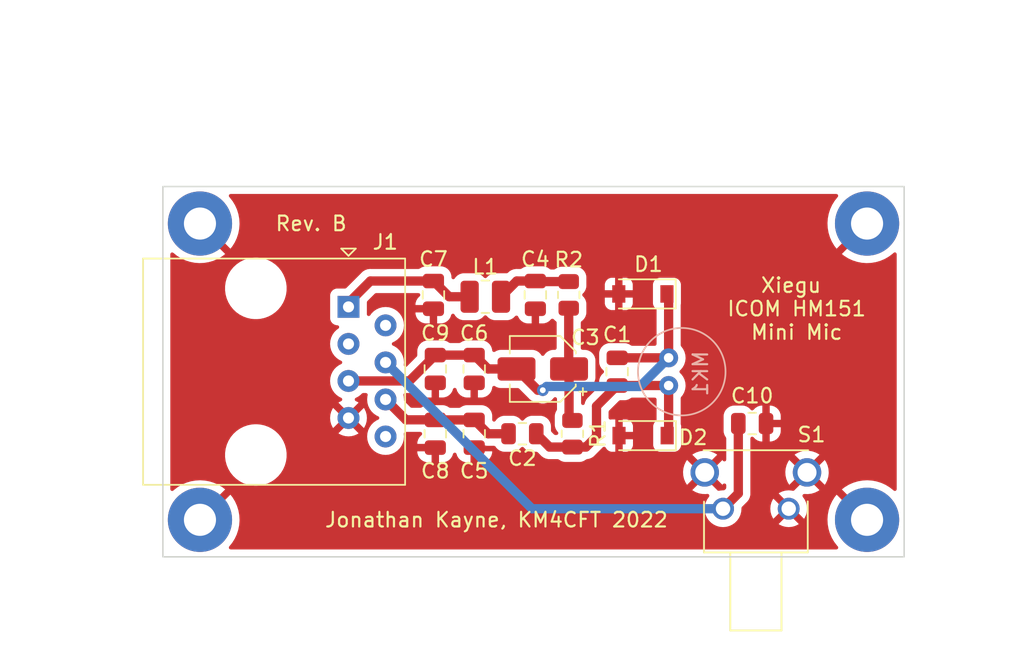
<source format=kicad_pcb>
(kicad_pcb (version 20211014) (generator pcbnew)
  (layers (0 "F.Cu" signal) (31 "B.Cu" signal) (34 "B.Paste" user) (35 "F.Paste" user) (36 "B.SilkS" user "B.Silkscreen") (37 "F.SilkS" user "F.Silkscreen") (38 "B.Mask" user) (39 "F.Mask" user) (44 "Edge.Cuts" user))
  (net 0 "")
  (net 1 "Net-(C1-Pad1)")
  (net 2 "MIC-GND")
  (net 3 "MIC")
  (net 4 "Net-(C3-Pad1)")
  (net 5 "Net-(C4-Pad1)")
  (net 6 "GND")
  (net 7 "+8V")
  (net 8 "PTT")
  (footprint "Inductor_SMD:L_1008_2520Metric" (layer "F.Cu") (at 90.678 71.2216)
    (fp_text reference "L1" (at 0 -2.05) (layer "F.SilkS"))
    (fp_text value "33uH")
    (fp_line (start -0.261252 1.11) (end 0.261252 1.11) (layer "F.SilkS") (width 0.12))
    (fp_line (start -0.261252 -1.11) (end 0.261252 -1.11) (layer "F.SilkS") (width 0.12))
    (pad "1" smd roundrect (at -1.075 0) (size 1.25 2.2) (layers "F.Cu" "F.Paste" "F.Mask") (roundrect_rratio 0.2) (net 7 "+8V"))
    (pad "2" smd roundrect (at 1.075 0) (size 1.25 2.2) (layers "F.Cu" "F.Paste" "F.Mask") (roundrect_rratio 0.2) (net 5 "Net-(C4-Pad1)"))
  )
  (footprint "Capacitor_SMD:C_0805_2012Metric" (layer "F.Cu") (at 94.107 71.0946 -90)
    (fp_text reference "C4" (at -2.45 0 180) (layer "F.SilkS"))
    (fp_text value "22pF")
    (fp_line (start -0.261252 0.735) (end 0.261252 0.735) (layer "F.SilkS") (width 0.12))
    (fp_line (start -0.261252 -0.735) (end 0.261252 -0.735) (layer "F.SilkS") (width 0.12))
    (pad "1" smd roundrect (at -0.95 0 270) (size 1 1.45) (layers "F.Cu" "F.Paste" "F.Mask") (net 5 "Net-(C4-Pad1)"))
    (pad "2" smd roundrect (at 0.95 0 270) (size 1 1.45) (layers "F.Cu" "F.Paste" "F.Mask") (net 6 "GND"))
  )
  (footprint "Resistor_SMD:R_0805_2012Metric" (layer "F.Cu") (at 96.393 71.0946 90)
    (fp_text reference "R2" (at 2.4125 0 180) (layer "F.SilkS"))
    (fp_text value "2.2k")
    (fp_line (start -0.227064 -0.735) (end 0.227064 -0.735) (layer "F.SilkS") (width 0.12))
    (fp_line (start -0.227064 0.735) (end 0.227064 0.735) (layer "F.SilkS") (width 0.12))
    (pad "1" smd roundrect (at -0.9125 0 90) (size 1.025 1.4) (layers "F.Cu" "F.Paste" "F.Mask") (roundrect_rratio 0.243902439) (net 4 "Net-(C3-Pad1)"))
    (pad "2" smd roundrect (at 0.9125 0 90) (size 1.025 1.4) (layers "F.Cu" "F.Paste" "F.Mask") (roundrect_rratio 0.243902439) (net 5 "Net-(C4-Pad1)"))
  )
  (footprint "Capacitor_SMD:C_0805_2012Metric" (layer "F.Cu") (at 93.218 80.6196 180)
    (fp_text reference "C2" (at 0 -1.68) (layer "F.SilkS"))
    (fp_text value "1uF")
    (fp_line (start -0.261252 -0.735) (end 0.261252 -0.735) (layer "F.SilkS") (width 0.12))
    (fp_line (start -0.261252 0.735) (end 0.261252 0.735) (layer "F.SilkS") (width 0.12))
    (pad "1" smd roundrect (at -0.95 0 180) (size 1 1.45) (layers "F.Cu" "F.Paste" "F.Mask") (net 1 "Net-(C1-Pad1)"))
    (pad "2" smd roundrect (at 0.95 0 180) (size 1 1.45) (layers "F.Cu" "F.Paste" "F.Mask") (net 3 "MIC"))
  )
  (footprint "Capacitor_SMD:C_0805_2012Metric" (layer "F.Cu") (at 89.916 80.6196 -90)
    (fp_text reference "C5" (at 2.55 0 180) (layer "F.SilkS"))
    (fp_text value "22pF")
    (fp_line (start -0.261252 0.735) (end 0.261252 0.735) (layer "F.SilkS") (width 0.12))
    (fp_line (start -0.261252 -0.735) (end 0.261252 -0.735) (layer "F.SilkS") (width 0.12))
    (pad "1" smd roundrect (at -0.95 0 270) (size 1 1.45) (layers "F.Cu" "F.Paste" "F.Mask") (net 3 "MIC"))
    (pad "2" smd roundrect (at 0.95 0 270) (size 1 1.45) (layers "F.Cu" "F.Paste" "F.Mask") (net 6 "GND"))
  )
  (footprint "Capacitor_SMD:C_0805_2012Metric" (layer "F.Cu") (at 99.712 76.3625 90)
    (fp_text reference "C1" (at 2.55 0 180) (layer "F.SilkS"))
    (fp_text value "470pF")
    (fp_line (start -0.261252 0.735) (end 0.261252 0.735) (layer "F.SilkS") (width 0.12))
    (fp_line (start -0.261252 -0.735) (end 0.261252 -0.735) (layer "F.SilkS") (width 0.12))
    (pad "1" smd roundrect (at -0.95 0 90) (size 1 1.45) (layers "F.Cu" "F.Paste" "F.Mask") (net 1 "Net-(C1-Pad1)"))
    (pad "2" smd roundrect (at 0.95 0 90) (size 1 1.45) (layers "F.Cu" "F.Paste" "F.Mask") (net 2 "MIC-GND"))
  )
  (footprint "Capacitor_SMD:C_0805_2012Metric" (layer "F.Cu") (at 87.249 80.6196 -90)
    (fp_text reference "C8" (at 2.55 0) (layer "F.SilkS"))
    (fp_text value "4.7nF")
    (fp_line (start -0.261252 0.735) (end 0.261252 0.735) (layer "F.SilkS") (width 0.12))
    (fp_line (start -0.261252 -0.735) (end 0.261252 -0.735) (layer "F.SilkS") (width 0.12))
    (pad "1" smd roundrect (at -0.95 0 270) (size 1 1.45) (layers "F.Cu" "F.Paste" "F.Mask") (net 3 "MIC"))
    (pad "2" smd roundrect (at 0.95 0 270) (size 1 1.45) (layers "F.Cu" "F.Paste" "F.Mask") (net 6 "GND"))
  )
  (footprint "Capacitor_SMD:C_0805_2012Metric" (layer "F.Cu") (at 87.122 71.0946 -90)
    (fp_text reference "C7" (at -2.45 0 180) (layer "F.SilkS"))
    (fp_text value "100nF")
    (fp_line (start -0.261252 0.735) (end 0.261252 0.735) (layer "F.SilkS") (width 0.12))
    (fp_line (start -0.261252 -0.735) (end 0.261252 -0.735) (layer "F.SilkS") (width 0.12))
    (pad "1" smd roundrect (at -0.95 0 270) (size 1 1.45) (layers "F.Cu" "F.Paste" "F.Mask") (net 7 "+8V"))
    (pad "2" smd roundrect (at 0.95 0 270) (size 1 1.45) (layers "F.Cu" "F.Paste" "F.Mask") (net 6 "GND"))
  )
  (footprint "Xiegu MiniMic:SW_1-1825027-1" (layer "F.Cu") (at 109.22 85.7605)
    (fp_text reference "S1" (at 3.81 -5.08) (layer "F.SilkS") (effects (font (size 1.001693 1.001693))))
    (fp_text value "1-1825027-1")
    (fp_line (start -1.755 3) (end -1.755 8.35) (layer "F.SilkS") (width 0.127))
    (fp_line (start 3.555 -0.5) (end 3.555 3) (layer "F.SilkS") (width 0.127))
    (fp_line (start 1.755 8.35) (end 1.755 3) (layer "F.SilkS") (width 0.127))
    (fp_line (start -3.555 3) (end -3.555 -0.485) (layer "F.SilkS") (width 0.127))
    (fp_line (start -1.755 8.35) (end 1.755 8.35) (layer "F.SilkS") (width 0.127))
    (fp_line (start -3.58 -4.01) (end 3.58 -4.01) (layer "F.SilkS") (width 0.127))
    (fp_line (start 3.555 3) (end -3.555 3) (layer "F.SilkS") (width 0.12))
    (pad "1" thru_hole circle (at -2.25 0) (size 1.498 1.498) (drill 0.99) (layers *.Cu *.Mask) (net 8 "PTT"))
    (pad "2" thru_hole circle (at 2.25 0) (size 1.498 1.498) (drill 0.99) (layers *.Cu *.Mask) (net 6 "GND"))
    (pad "S1" thru_hole circle (at -3.505 -2.49) (size 1.95 1.95) (drill 1.3) (layers *.Cu *.Mask) (net 6 "GND"))
    (pad "S2" thru_hole circle (at 3.505 -2.49) (size 1.95 1.95) (drill 1.3) (layers *.Cu *.Mask) (net 6 "GND"))
  )
  (footprint "MountingHole:MountingHole_2.2mm_M2_Pad" (layer "F.Cu") (at 116.84 86.5225)
    (fp_text reference "H4" hide)
    (fp_text value "M2")
    (pad "1" thru_hole circle (at 0 0) (size 4.4 4.4) (drill 2.2) (layers *.Cu *.Mask) (net 6 "GND"))
  )
  (footprint "Capacitor_SMD:C_0805_2012Metric" (layer "F.Cu") (at 108.966 79.9185)
    (fp_text reference "C10" (at 0 -1.905) (layer "F.SilkS"))
    (fp_text value "100nF")
    (fp_line (start -0.261252 -0.735) (end 0.261252 -0.735) (layer "F.SilkS") (width 0.12))
    (fp_line (start -0.261252 0.735) (end 0.261252 0.735) (layer "F.SilkS") (width 0.12))
    (pad "1" smd roundrect (at -0.95 0) (size 1 1.45) (layers "F.Cu" "F.Paste" "F.Mask") (net 8 "PTT"))
    (pad "2" smd roundrect (at 0.95 0) (size 1 1.45) (layers "F.Cu" "F.Paste" "F.Mask") (net 6 "GND"))
  )
  (footprint "Capacitor_SMD:C_0805_2012Metric" (layer "F.Cu") (at 87.249 76.1746 -90)
    (fp_text reference "C9" (at -2.45 0 180) (layer "F.SilkS"))
    (fp_text value "4.7nF")
    (fp_line (start -0.261252 -0.735) (end 0.261252 -0.735) (layer "F.SilkS") (width 0.12))
    (fp_line (start -0.261252 0.735) (end 0.261252 0.735) (layer "F.SilkS") (width 0.12))
    (pad "1" smd roundrect (at -0.95 0 270) (size 1 1.45) (layers "F.Cu" "F.Paste" "F.Mask") (net 2 "MIC-GND"))
    (pad "2" smd roundrect (at 0.95 0 270) (size 1 1.45) (layers "F.Cu" "F.Paste" "F.Mask") (net 6 "GND"))
  )
  (footprint "Connector_RJ:RJ45_Amphenol_54602-x08_Horizontal" (layer "F.Cu") (at 81.3 71.9175 -90)
    (fp_text reference "J1" (at -4.445 -2.52) (layer "F.SilkS"))
    (fp_text value "54602-908LF")
    (fp_line (start -3.315 14.08) (end 12.205 14.08) (layer "F.SilkS") (width 0.12))
    (fp_line (start -4 0.5) (end -3.5 0) (layer "F.SilkS") (width 0.12))
    (fp_line (start 12.205 -3.88) (end -3.315 -3.88) (layer "F.SilkS") (width 0.12))
    (fp_line (start -4 -0.5) (end -4 0.5) (layer "F.SilkS") (width 0.12))
    (fp_line (start -3.315 -3.88) (end -3.315 14.08) (layer "F.SilkS") (width 0.12))
    (fp_line (start 12.205 -3.88) (end 12.205 14.08) (layer "F.SilkS") (width 0.12))
    (fp_line (start -3.5 0) (end -4 -0.5) (layer "F.SilkS") (width 0.12))
    (pad "" np_thru_hole circle (at 10.16 6.35 270) (size 3.2 3.2) (drill 3.2) (layers *.Cu *.Mask))
    (pad "" np_thru_hole circle (at -1.27 6.35 270) (size 3.2 3.2) (drill 3.2) (layers *.Cu *.Mask))
    (pad "1" thru_hole rect (at 0 0 270) (size 1.5 1.5) (drill 0.76) (layers *.Cu *.Mask) (net 7 "+8V"))
    (pad "2" thru_hole circle (at 1.27 -2.54 270) (size 1.5 1.5) (drill 0.76) (layers *.Cu *.Mask))
    (pad "3" thru_hole circle (at 2.54 0 270) (size 1.5 1.5) (drill 0.76) (layers *.Cu *.Mask))
    (pad "4" thru_hole circle (at 3.81 -2.54 270) (size 1.5 1.5) (drill 0.76) (layers *.Cu *.Mask) (net 8 "PTT"))
    (pad "5" thru_hole circle (at 5.08 0 270) (size 1.5 1.5) (drill 0.76) (layers *.Cu *.Mask) (net 2 "MIC-GND"))
    (pad "6" thru_hole circle (at 6.35 -2.54 270) (size 1.5 1.5) (drill 0.76) (layers *.Cu *.Mask) (net 3 "MIC"))
    (pad "7" thru_hole circle (at 7.62 0 270) (size 1.5 1.5) (drill 0.76) (layers *.Cu *.Mask) (net 6 "GND"))
    (pad "8" thru_hole circle (at 8.89 -2.54 270) (size 1.5 1.5) (drill 0.76) (layers *.Cu *.Mask))
  )
  (footprint "Diode_SMD:D_SOD-123" (layer "F.Cu") (at 101.474 71.0285 180)
    (fp_text reference "D1" (at -0.38 2.032) (layer "F.SilkS"))
    (fp_text value "MMSZ5239B-7-F")
    (fp_line (start -2.25 -1) (end 1.65 -1) (layer "F.SilkS") (width 0.12))
    (fp_line (start -2.25 -1) (end -2.25 1) (layer "F.SilkS") (width 0.12))
    (fp_line (start -2.25 1) (end 1.65 1) (layer "F.SilkS") (width 0.12))
    (pad "1" smd rect (at -1.65 0 180) (size 0.9 1.2) (layers "F.Cu" "F.Paste" "F.Mask") (net 2 "MIC-GND"))
    (pad "2" smd rect (at 1.65 0 180) (size 0.9 1.2) (layers "F.Cu" "F.Paste" "F.Mask") (net 6 "GND"))
  )
  (footprint "MountingHole:MountingHole_2.2mm_M2_Pad" (layer "F.Cu") (at 71.12 86.5225)
    (fp_text reference "H2" hide)
    (fp_text value "M2")
    (pad "1" thru_hole circle (at 0 0) (size 4.4 4.4) (drill 2.2) (layers *.Cu *.Mask) (net 6 "GND"))
  )
  (footprint "Capacitor_SMD:C_0805_2012Metric" (layer "F.Cu") (at 89.916 76.1746 -90)
    (fp_text reference "C6" (at -2.45 0 180) (layer "F.SilkS"))
    (fp_text value "22pF")
    (fp_line (start -0.261252 0.735) (end 0.261252 0.735) (layer "F.SilkS") (width 0.12))
    (fp_line (start -0.261252 -0.735) (end 0.261252 -0.735) (layer "F.SilkS") (width 0.12))
    (pad "1" smd roundrect (at -0.95 0 270) (size 1 1.45) (layers "F.Cu" "F.Paste" "F.Mask") (net 2 "MIC-GND"))
    (pad "2" smd roundrect (at 0.95 0 270) (size 1 1.45) (layers "F.Cu" "F.Paste" "F.Mask") (net 6 "GND"))
  )
  (footprint "MountingHole:MountingHole_2.2mm_M2_Pad" (layer "F.Cu") (at 116.84 66.2025)
    (fp_text reference "H3" hide)
    (fp_text value "M2")
    (pad "1" thru_hole circle (at 0 0) (size 4.4 4.4) (drill 2.2) (layers *.Cu *.Mask) (net 6 "GND"))
  )
  (footprint "Resistor_SMD:R_0805_2012Metric" (layer "F.Cu") (at 96.647 80.6196 90)
    (fp_text reference "R1" (at 0 1.75 90) (layer "F.SilkS"))
    (fp_text value "2.2k")
    (fp_line (start -0.227064 -0.735) (end 0.227064 -0.735) (layer "F.SilkS") (width 0.12))
    (fp_line (start -0.227064 0.735) (end 0.227064 0.735) (layer "F.SilkS") (width 0.12))
    (pad "1" smd roundrect (at -0.9125 0 90) (size 1.025 1.4) (layers "F.Cu" "F.Paste" "F.Mask") (roundrect_rratio 0.243902439) (net 1 "Net-(C1-Pad1)"))
    (pad "2" smd roundrect (at 0.9125 0 90) (size 1.025 1.4) (layers "F.Cu" "F.Paste" "F.Mask") (roundrect_rratio 0.243902439) (net 4 "Net-(C3-Pad1)"))
  )
  (footprint "Diode_SMD:D_SOD-123" (layer "F.Cu") (at 101.49 80.7466 180)
    (fp_text reference "D2" (at -3.429 -0.127) (layer "F.SilkS"))
    (fp_text value "MMSZ5239B-7-F")
    (fp_line (start -2.25 1) (end 1.65 1) (layer "F.SilkS") (width 0.12))
    (fp_line (start -2.25 -1) (end -2.25 1) (layer "F.SilkS") (width 0.12))
    (fp_line (start -2.25 -1) (end 1.65 -1) (layer "F.SilkS") (width 0.12))
    (pad "1" smd rect (at -1.65 0 180) (size 0.9 1.2) (layers "F.Cu" "F.Paste" "F.Mask") (net 1 "Net-(C1-Pad1)"))
    (pad "2" smd rect (at 1.65 0 180) (size 0.9 1.2) (layers "F.Cu" "F.Paste" "F.Mask") (net 6 "GND"))
  )
  (footprint "Capacitor_SMD:CP_Elec_4x5.4" (layer "F.Cu") (at 94.615 76.1746 180)
    (fp_text reference "C3" (at -2.921 2.159) (layer "F.SilkS"))
    (fp_text value "10uF")
    (fp_line (start -2.26 -1.195563) (end -1.195563 -2.26) (layer "F.SilkS") (width 0.12))
    (fp_line (start -3 -1.56) (end -2.5 -1.56) (layer "F.SilkS") (width 0.12))
    (fp_line (start -1.195563 2.26) (end 2.26 2.26) (layer "F.SilkS") (width 0.12))
    (fp_line (start -2.26 1.195563) (end -2.26 1.06) (layer "F.SilkS") (width 0.12))
    (fp_line (start -2.26 -1.195563) (end -2.26 -1.06) (layer "F.SilkS") (width 0.12))
    (fp_line (start 2.26 -2.26) (end 2.26 -1.06) (layer "F.SilkS") (width 0.12))
    (fp_line (start 2.26 2.26) (end 2.26 1.06) (layer "F.SilkS") (width 0.12))
    (fp_line (start -1.195563 -2.26) (end 2.26 -2.26) (layer "F.SilkS") (width 0.12))
    (fp_line (start -2.75 -1.81) (end -2.75 -1.31) (layer "F.SilkS") (width 0.12))
    (fp_line (start -2.26 1.195563) (end -1.195563 2.26) (layer "F.SilkS") (width 0.12))
    (pad "1" smd roundrect (at -1.8 0 180) (size 2.6 1.6) (layers "F.Cu" "F.Paste" "F.Mask") (roundrect_rratio 0.15625) (net 4 "Net-(C3-Pad1)"))
    (pad "2" smd roundrect (at 1.8 0 180) (size 2.6 1.6) (layers "F.Cu" "F.Paste" "F.Mask") (roundrect_rratio 0.15625) (net 2 "MIC-GND"))
  )
  (footprint "MountingHole:MountingHole_2.2mm_M2_Pad" (layer "F.Cu") (at 71.12 66.2025)
    (fp_text reference "H1" hide)
    (fp_text value "M2")
    (pad "1" thru_hole circle (at 0 0) (size 4.4 4.4) (drill 2.2) (layers *.Cu *.Mask) (net 6 "GND"))
  )
  (footprint "Xiegu MiniMic:EM6022P" (layer "B.Cu") (at 104.14 76.3625 180)
    (fp_text reference "MK1" (at -1.287 -0.127 90 unlocked) (layer "B.SilkS") (effects (justify mirror)))
    (fp_text value "EM6022P")
    (fp_circle (center 0 0) (end 3 0) (layer "B.SilkS") (width 0.12) (fill none))
    (pad "1" thru_hole circle (at 0.9 -0.95 180) (size 1.3 1.3) (drill 0.65) (layers *.Cu *.Mask) (net 1 "Net-(C1-Pad1)"))
    (pad "2" thru_hole circle (at 0.9 0.95 180) (size 1.3 1.3) (drill 0.65) (layers *.Cu *.Mask) (net 2 "MIC-GND"))
  )
  (gr_rect (start 68.58 63.6625) (end 119.38 89.0625) (layer "Edge.Cuts") (width 0.1) (fill none))
  (gr_text "Rev. B" (at 78.74 66.2025) (layer "F.SilkS") (effects (font (size 1 1))))
  (gr_text "Xiegu \nICOM HM151\nMini Mic\n" (at 112.014 72.0445) (layer "F.SilkS") (effects (font (size 1 1))))
  (gr_text "Jonathan Kayne, KM4CFT 2022" (at 91.44 86.5225) (layer "F.SilkS") (effects (font (size 1 1))))
  (segment (start 98.298 80.8075) (end 98.298 78.7265) (width 0.635) (layer "F.Cu") (net 1))
  (segment (start 103.24 77.3125) (end 103.24 80.6466) (width 0.635) (layer "F.Cu") (net 1))
  (segment (start 96.647 81.5321) (end 97.5734 81.5321) (width 0.635) (layer "F.Cu") (net 1))
  (segment (start 99.712 77.3125) (end 103.24 77.3125) (width 0.635) (layer "F.Cu") (net 1))
  (segment (start 103.24 80.6466) (end 103.14 80.7466) (width 0.635) (layer "F.Cu") (net 1))
  (segment (start 95.0805 81.5321) (end 94.168 80.6196) (width 0.635) (layer "F.Cu") (net 1))
  (segment (start 98.298 78.7265) (end 99.712 77.3125) (width 0.635) (layer "F.Cu") (net 1))
  (segment (start 96.647 81.5321) (end 95.0805 81.5321) (width 0.635) (layer "F.Cu") (net 1))
  (segment (start 97.5734 81.5321) (end 98.298 80.8075) (width 0.635) (layer "F.Cu") (net 1))
  (segment (start 90.866 76.1746) (end 89.916 75.2246) (width 0.635) (layer "F.Cu") (net 2))
  (segment (start 94.615 77.6325) (end 94.2729 77.6325) (width 0.635) (layer "F.Cu") (net 2))
  (segment (start 92.815 76.1746) (end 90.866 76.1746) (width 0.635) (layer "F.Cu") (net 2))
  (segment (start 94.2729 77.6325) (end 92.815 76.1746) (width 0.635) (layer "F.Cu") (net 2))
  (segment (start 85.4761 76.9975) (end 87.249 75.2246) (width 0.635) (layer "F.Cu") (net 2))
  (segment (start 87.249 75.2246) (end 89.916 75.2246) (width 0.635) (layer "F.Cu") (net 2))
  (segment (start 103.24 71.1445) (end 103.124 71.0285) (width 0.635) (layer "F.Cu") (net 2))
  (segment (start 103.24 75.4125) (end 103.24 71.1445) (width 0.635) (layer "F.Cu") (net 2))
  (segment (start 103.24 75.4125) (end 99.712 75.4125) (width 0.635) (layer "F.Cu") (net 2))
  (segment (start 81.3 76.9975) (end 85.4761 76.9975) (width 0.635) (layer "F.Cu") (net 2))
  (via (at 94.615 77.6325) (size 0.8) (drill 0.4) (layers "F.Cu" "B.Cu") (net 2))
  (segment (start 101.274 77.3785) (end 94.869 77.3785) (width 0.635) (layer "B.Cu") (net 2))
  (segment (start 94.869 77.3785) (end 94.615 77.6325) (width 0.635) (layer "B.Cu") (net 2))
  (segment (start 103.24 75.4125) (end 101.274 77.3785) (width 0.635) (layer "B.Cu") (net 2))
  (segment (start 87.2439 79.6645) (end 87.249 79.6696) (width 0.635) (layer "F.Cu") (net 3))
  (segment (start 83.84 78.2675) (end 85.237 79.6645) (width 0.635) (layer "F.Cu") (net 3))
  (segment (start 90.866 80.6196) (end 89.916 79.6696) (width 0.635) (layer "F.Cu") (net 3))
  (segment (start 85.237 79.6645) (end 87.2439 79.6645) (width 0.635) (layer "F.Cu") (net 3))
  (segment (start 92.268 80.6196) (end 90.866 80.6196) (width 0.635) (layer "F.Cu") (net 3))
  (segment (start 89.916 79.6696) (end 87.249 79.6696) (width 0.635) (layer "F.Cu") (net 3))
  (segment (start 96.415 79.4751) (end 96.647 79.7071) (width 0.635) (layer "F.Cu") (net 4))
  (segment (start 96.393 72.0071) (end 96.393 76.1526) (width 0.635) (layer "F.Cu") (net 4))
  (segment (start 96.415 76.1746) (end 96.415 79.4751) (width 0.635) (layer "F.Cu") (net 4))
  (segment (start 96.393 76.1526) (end 96.415 76.1746) (width 0.635) (layer "F.Cu") (net 4))
  (segment (start 92.83 70.1446) (end 91.753 71.2216) (width 0.635) (layer "F.Cu") (net 5))
  (segment (start 94.107 70.1446) (end 92.83 70.1446) (width 0.635) (layer "F.Cu") (net 5))
  (segment (start 94.1445 70.1821) (end 94.107 70.1446) (width 0.635) (layer "F.Cu") (net 5))
  (segment (start 96.393 70.1821) (end 94.1445 70.1821) (width 0.635) (layer "F.Cu") (net 5))
  (segment (start 81.3 71.6435) (end 81.3 71.9175) (width 0.635) (layer "F.Cu") (net 7))
  (segment (start 87.122 70.1446) (end 82.7989 70.1446) (width 0.635) (layer "F.Cu") (net 7))
  (segment (start 88.199 71.2216) (end 87.122 70.1446) (width 0.635) (layer "F.Cu") (net 7))
  (segment (start 82.7989 70.1446) (end 81.3 71.6435) (width 0.635) (layer "F.Cu") (net 7))
  (segment (start 89.603 71.2216) (end 88.199 71.2216) (width 0.635) (layer "F.Cu") (net 7))
  (segment (start 108.016 79.9185) (end 108.016 84.7145) (width 0.635) (layer "F.Cu") (net 8))
  (segment (start 108.016 84.7145) (end 106.97 85.7605) (width 0.635) (layer "F.Cu") (net 8))
  (segment (start 83.84 75.7275) (end 93.873 85.7605) (width 0.635) (layer "B.Cu") (net 8))
  (segment (start 93.873 85.7605) (end 106.97 85.7605) (width 0.635) (layer "B.Cu") (net 8))
  (zone (net 6) (net_name "GND") (layer "F.Cu") (connect_pads (clearance 0.508)) (min_thickness 0.254) (fill yes (thermal_gap 0.508) (thermal_bridge_width 0.508))
    (polygon (pts (xy 119.38 89.0625) (xy 68.58 89.0625) (xy 68.58 63.6625) (xy 119.38 63.6625)))
  )
)
</source>
